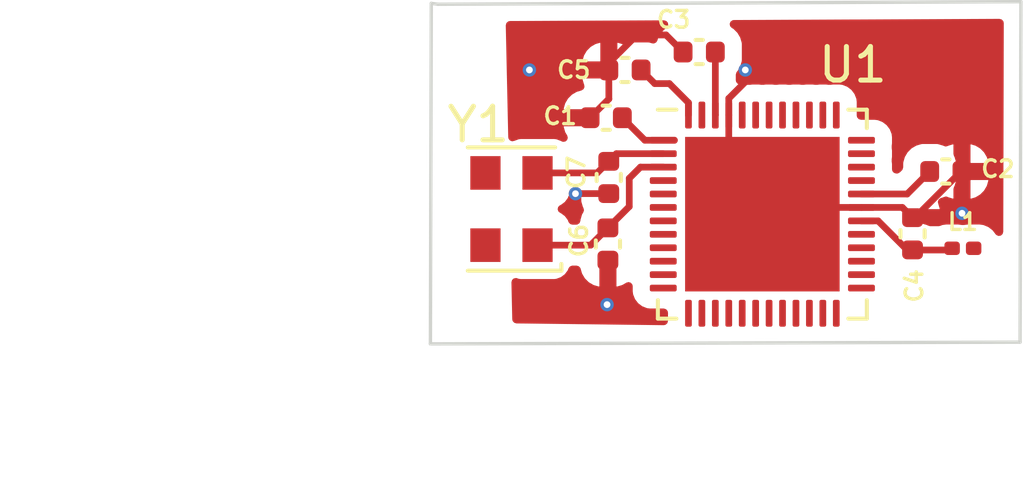
<source format=kicad_pcb>
(kicad_pcb (version 20211014) (generator pcbnew)
  (layers (0 "F.Cu" signal) (31 "B.Cu" signal) (34 "B.Paste" user) (35 "F.Paste" user) (36 "B.SilkS" user "B.Silkscreen") (37 "F.SilkS" user "F.Silkscreen") (38 "B.Mask" user) (39 "F.Mask" user) (44 "Edge.Cuts" user))
  (net 0 "")
  (net 1 "/DEC1")
  (net 2 "Net-(C7-Pad2)")
  (net 3 "Net-(C6-Pad1)")
  (net 4 "/AIN0")
  (net 5 "/AIN1")
  (net 6 "/AIN2")
  (net 7 "/AIN3")
  (net 13 "+3.3V")
  (net 21 "/SWO")
  (net 24 "/RESET")
  (net 25 "/SWDCLK")
  (net 26 "/SWDIO")
  (net 30 "Net-(L1-Pad2)")
  (net 31 "GND")
  (net 32 "/DEC2")
  (net 33 "/DEC3")
  (net 39 "/AIN4")
  (net 40 "/AIN5")
  (net 41 "/AIN6")
  (net 42 "/AIN7")
  (net 44 "/DEC4")
  (net 45 "/DCC")
  (net 46 "/ANTENNA")
  (footprint "Capacitor_SMD:C_0402_1005Metric" (layer "F.Cu") (at 145.4404 73.914)
    (fp_text reference "C3" (at -0.762 -0.9652) (layer "F.SilkS") (effects (font (size 0.5 0.5) (thickness 0.1))))
    (fp_text value "1 uF" hide)
    (fp_line (start -0.107836 0.36) (end 0.107836 0.36) (layer "F.SilkS") (width 0.12))
    (fp_line (start -0.107836 -0.36) (end 0.107836 -0.36) (layer "F.SilkS") (width 0.12))
    (pad "1" smd roundrect (at -0.48 0) (size 0.56 0.62) (layers "F.Cu" "F.Paste" "F.Mask") (net 31 "GND"))
    (pad "2" smd roundrect (at 0.48 0) (size 0.56 0.62) (layers "F.Cu" "F.Paste" "F.Mask") (net 44 "/DEC4"))
  )
  (footprint "Capacitor_SMD:C_0402_1005Metric" (layer "F.Cu") (at 143.2306 74.4474)
    (fp_text reference "C5" (at -1.524 0) (layer "F.SilkS") (effects (font (size 0.5 0.5) (thickness 0.1))))
    (fp_text value "12 pF" hide)
    (fp_line (start -0.107836 -0.36) (end 0.107836 -0.36) (layer "F.SilkS") (width 0.12))
    (fp_line (start -0.107836 0.36) (end 0.107836 0.36) (layer "F.SilkS") (width 0.12))
    (pad "1" smd roundrect (at -0.48 0) (size 0.56 0.62) (layers "F.Cu" "F.Paste" "F.Mask") (net 31 "GND"))
    (pad "2" smd roundrect (at 0.48 0) (size 0.56 0.62) (layers "F.Cu" "F.Paste" "F.Mask") (net 13 "+3.3V"))
  )
  (footprint "Inductor_SMD:L_0201_0603Metric" (layer "F.Cu") (at 153.289 79.756 180)
    (fp_text reference "L1" (at 0 0.7874) (layer "F.SilkS") (effects (font (size 0.5 0.5) (thickness 0.1))))
    (fp_text value "INDUCTOR" hide)
    (pad "1" smd roundrect (at -0.32 0 180) (size 0.46 0.4) (layers "F.Cu" "F.Mask") (net 46 "/ANTENNA"))
    (pad "2" smd roundrect (at 0.32 0 180) (size 0.46 0.4) (layers "F.Cu" "F.Mask") (net 30 "Net-(L1-Pad2)"))
  )
  (footprint "Capacitor_SMD:C_0402_1005Metric" (layer "F.Cu") (at 142.748 77.6478 90)
    (fp_text reference "C7" (at 0.1524 -0.9652 90) (layer "F.SilkS") (effects (font (size 0.5 0.5) (thickness 0.1))))
    (fp_text value "12 pF" hide)
    (fp_line (start -0.107836 0.36) (end 0.107836 0.36) (layer "F.SilkS") (width 0.12))
    (fp_line (start -0.107836 -0.36) (end 0.107836 -0.36) (layer "F.SilkS") (width 0.12))
    (pad "1" smd roundrect (at -0.48 0 90) (size 0.56 0.62) (layers "F.Cu" "F.Paste" "F.Mask") (net 31 "GND"))
    (pad "2" smd roundrect (at 0.48 0 90) (size 0.56 0.62) (layers "F.Cu" "F.Paste" "F.Mask") (net 2 "Net-(C7-Pad2)"))
  )
  (footprint "Oscillator:Oscillator_SMD_EuroQuartz_XO32-4Pin_3.2x2.5mm" (layer "F.Cu") (at 139.8524 78.5876 180)
    (fp_text reference "Y1" (at 0.9906 2.5146 180) (layer "F.SilkS"))
    (fp_text value "32 MHZ" hide)
    (fp_line (start -1.485 -1.835) (end 1.3 -1.835) (layer "F.SilkS") (width 0.12))
    (fp_line (start -1.485 -1.635) (end -1.485 -1.835) (layer "F.SilkS") (width 0.12))
    (fp_line (start 1.3 1.835) (end -1.3 1.835) (layer "F.SilkS") (width 0.12))
    (pad "1" smd rect (at -0.775 -1.075 90) (size 1 0.9) (layers "F.Cu" "F.Paste" "F.Mask") (net 3 "Net-(C6-Pad1)"))
    (pad "2" smd rect (at -0.775 1.075 90) (size 1 0.9) (layers "F.Cu" "F.Paste" "F.Mask") (net 2 "Net-(C7-Pad2)"))
    (pad "3" smd rect (at 0.775 1.075 90) (size 1 0.9) (layers "F.Cu" "F.Paste" "F.Mask"))
    (pad "4" smd rect (at 0.775 -1.075 90) (size 1 0.9) (layers "F.Cu" "F.Paste" "F.Mask"))
  )
  (footprint "Capacitor_SMD:C_0402_1005Metric" (layer "F.Cu") (at 151.7904 79.3242 -90)
    (fp_text reference "C4" (at 1.5494 -0.0508 90) (layer "F.SilkS") (effects (font (size 0.5 0.5) (thickness 0.1))))
    (fp_text value "0.8pF" hide)
    (fp_line (start -0.107836 0.36) (end 0.107836 0.36) (layer "F.SilkS") (width 0.12))
    (fp_line (start -0.107836 -0.36) (end 0.107836 -0.36) (layer "F.SilkS") (width 0.12))
    (pad "1" smd roundrect (at -0.48 0 270) (size 0.56 0.62) (layers "F.Cu" "F.Paste" "F.Mask") (net 31 "GND"))
    (pad "2" smd roundrect (at 0.48 0 270) (size 0.56 0.62) (layers "F.Cu" "F.Paste" "F.Mask") (net 30 "Net-(L1-Pad2)"))
  )
  (footprint "Capacitor_SMD:C_0402_1005Metric" (layer "F.Cu") (at 142.6718 75.8698)
    (fp_text reference "C1" (at -1.3716 -0.0508) (layer "F.SilkS") (effects (font (size 0.5 0.5) (thickness 0.1))))
    (fp_text value "100 nF" hide)
    (fp_line (start -0.107836 -0.36) (end 0.107836 -0.36) (layer "F.SilkS") (width 0.12))
    (fp_line (start -0.107836 0.36) (end 0.107836 0.36) (layer "F.SilkS") (width 0.12))
    (pad "1" smd roundrect (at -0.48 0) (size 0.56 0.62) (layers "F.Cu" "F.Paste" "F.Mask") (net 31 "GND"))
    (pad "2" smd roundrect (at 0.48 0) (size 0.56 0.62) (layers "F.Cu" "F.Paste" "F.Mask") (net 1 "/DEC1"))
  )
  (footprint "Capacitor_SMD:C_0402_1005Metric" (layer "F.Cu") (at 142.7226 79.629 -90)
    (fp_text reference "C6" (at -0.1016 0.8636 90) (layer "F.SilkS") (effects (font (size 0.5 0.5) (thickness 0.1))))
    (fp_text value "12 pF" hide)
    (fp_line (start -0.107836 0.36) (end 0.107836 0.36) (layer "F.SilkS") (width 0.12))
    (fp_line (start -0.107836 -0.36) (end 0.107836 -0.36) (layer "F.SilkS") (width 0.12))
    (pad "1" smd roundrect (at -0.48 0 270) (size 0.56 0.62) (layers "F.Cu" "F.Paste" "F.Mask") (net 3 "Net-(C6-Pad1)"))
    (pad "2" smd roundrect (at 0.48 0 270) (size 0.56 0.62) (layers "F.Cu" "F.Paste" "F.Mask") (net 31 "GND"))
  )
  (footprint "Capacitor_SMD:C_0402_1005Metric" (layer "F.Cu") (at 152.781 77.47 180)
    (fp_text reference "C2" (at -1.5494 0.0762) (layer "F.SilkS") (effects (font (size 0.5 0.5) (thickness 0.1))))
    (fp_text value "100 pF" hide)
    (fp_line (start -0.107836 0.36) (end 0.107836 0.36) (layer "F.SilkS") (width 0.12))
    (fp_line (start -0.107836 -0.36) (end 0.107836 -0.36) (layer "F.SilkS") (width 0.12))
    (pad "1" smd roundrect (at -0.48 0 180) (size 0.56 0.62) (layers "F.Cu" "F.Paste" "F.Mask") (net 31 "GND"))
    (pad "2" smd roundrect (at 0.48 0 180) (size 0.56 0.62) (layers "F.Cu" "F.Paste" "F.Mask") (net 32 "/DEC2"))
  )
  (footprint "Package_DFN_QFN:QFN-48-1EP_6x6mm_P0.4mm_EP4.6x4.6mm" (layer "F.Cu") (at 147.32 78.74)
    (fp_text reference "U1" (at 2.6924 -4.445) (layer "F.SilkS"))
    (fp_text value "nRF52832-QFAA" hide)
    (fp_line (start 2.56 -3.11) (end 3.11 -3.11) (layer "F.SilkS") (width 0.12))
    (fp_line (start -2.56 -3.11) (end -3.11 -3.11) (layer "F.SilkS") (width 0.12))
    (fp_line (start 2.56 3.11) (end 3.11 3.11) (layer "F.SilkS") (width 0.12))
    (fp_line (start -3.11 3.11) (end -3.11 2.56) (layer "F.SilkS") (width 0.12))
    (fp_line (start 3.11 3.11) (end 3.11 2.56) (layer "F.SilkS") (width 0.12))
    (fp_line (start -2.56 3.11) (end -3.11 3.11) (layer "F.SilkS") (width 0.12))
    (fp_line (start 3.11 -3.11) (end 3.11 -2.56) (layer "F.SilkS") (width 0.12))
    (pad "1" smd roundrect (at -2.95 -2.2) (size 0.8 0.2) (layers "F.Cu" "F.Paste" "F.Mask") (net 1 "/DEC1"))
    (pad "2" smd roundrect (at -2.95 -1.8) (size 0.8 0.2) (layers "F.Cu" "F.Paste" "F.Mask") (net 2 "Net-(C7-Pad2)"))
    (pad "3" smd roundrect (at -2.95 -1.4) (size 0.8 0.2) (layers "F.Cu" "F.Paste" "F.Mask") (net 3 "Net-(C6-Pad1)"))
    (pad "4" smd roundrect (at -2.95 -1) (size 0.8 0.2) (layers "F.Cu" "F.Paste" "F.Mask") (net 4 "/AIN0"))
    (pad "5" smd roundrect (at -2.95 -0.6) (size 0.8 0.2) (layers "F.Cu" "F.Paste" "F.Mask") (net 5 "/AIN1"))
    (pad "6" smd roundrect (at -2.95 -0.2) (size 0.8 0.2) (layers "F.Cu" "F.Paste" "F.Mask") (net 6 "/AIN2"))
    (pad "7" smd roundrect (at -2.95 0.2) (size 0.8 0.2) (layers "F.Cu" "F.Paste" "F.Mask") (net 7 "/AIN3"))
    (pad "8" smd roundrect (at -2.95 0.6) (size 0.8 0.2) (layers "F.Cu" "F.Paste" "F.Mask"))
    (pad "9" smd roundrect (at -2.95 1) (size 0.8 0.2) (layers "F.Cu" "F.Paste" "F.Mask"))
    (pad "10" smd roundrect (at -2.95 1.4) (size 0.8 0.2) (layers "F.Cu" "F.Paste" "F.Mask"))
    (pad "11" smd roundrect (at -2.95 1.8) (size 0.8 0.2) (layers "F.Cu" "F.Paste" "F.Mask"))
    (pad "12" smd roundrect (at -2.95 2.2) (size 0.8 0.2) (layers "F.Cu" "F.Paste" "F.Mask"))
    (pad "13" smd roundrect (at -2.2 2.95) (size 0.2 0.8) (layers "F.Cu" "F.Paste" "F.Mask") (net 13 "+3.3V"))
    (pad "14" smd roundrect (at -1.8 2.95) (size 0.2 0.8) (layers "F.Cu" "F.Paste" "F.Mask"))
    (pad "15" smd roundrect (at -1.4 2.95) (size 0.2 0.8) (layers "F.Cu" "F.Paste" "F.Mask"))
    (pad "16" smd roundrect (at -1 2.95) (size 0.2 0.8) (layers "F.Cu" "F.Paste" "F.Mask"))
    (pad "17" smd roundrect (at -0.6 2.95) (size 0.2 0.8) (layers "F.Cu" "F.Paste" "F.Mask"))
    (pad "18" smd roundrect (at -0.2 2.95) (size 0.2 0.8) (layers "F.Cu" "F.Paste" "F.Mask"))
    (pad "19" smd roundrect (at 0.2 2.95) (size 0.2 0.8) (layers "F.Cu" "F.Paste" "F.Mask"))
    (pad "20" smd roundrect (at 0.6 2.95) (size 0.2 0.8) (layers "F.Cu" "F.Paste" "F.Mask"))
    (pad "21" smd roundrect (at 1 2.95) (size 0.2 0.8) (layers "F.Cu" "F.Paste" "F.Mask") (net 21 "/SWO"))
    (pad "22" smd roundrect (at 1.4 2.95) (size 0.2 0.8) (layers "F.Cu" "F.Paste" "F.Mask"))
    (pad "23" smd roundrect (at 1.8 2.95) (size 0.2 0.8) (layers "F.Cu" "F.Paste" "F.Mask"))
    (pad "24" smd roundrect (at 2.2 2.95) (size 0.2 0.8) (layers "F.Cu" "F.Paste" "F.Mask") (net 24 "/RESET"))
    (pad "25" smd roundrect (at 2.95 2.2) (size 0.8 0.2) (layers "F.Cu" "F.Paste" "F.Mask") (net 25 "/SWDCLK"))
    (pad "26" smd roundrect (at 2.95 1.8) (size 0.8 0.2) (layers "F.Cu" "F.Paste" "F.Mask") (net 26 "/SWDIO"))
    (pad "27" smd roundrect (at 2.95 1.4) (size 0.8 0.2) (layers "F.Cu" "F.Paste" "F.Mask"))
    (pad "28" smd roundrect (at 2.95 1) (size 0.8 0.2) (layers "F.Cu" "F.Paste" "F.Mask"))
    (pad "29" smd roundrect (at 2.95 0.6) (size 0.8 0.2) (layers "F.Cu" "F.Paste" "F.Mask"))
    (pad "30" smd roundrect (at 2.95 0.2) (size 0.8 0.2) (layers "F.Cu" "F.Paste" "F.Mask") (net 30 "Net-(L1-Pad2)"))
    (pad "31" smd roundrect (at 2.95 -0.2) (size 0.8 0.2) (layers "F.Cu" "F.Paste" "F.Mask") (net 31 "GND"))
    (pad "32" smd roundrect (at 2.95 -0.6) (size 0.8 0.2) (layers "F.Cu" "F.Paste" "F.Mask") (net 32 "/DEC2"))
    (pad "33" smd roundrect (at 2.95 -1) (size 0.8 0.2) (layers "F.Cu" "F.Paste" "F.Mask") (net 33 "/DEC3"))
    (pad "34" smd roundrect (at 2.95 -1.4) (size 0.8 0.2) (layers "F.Cu" "F.Paste" "F.Mask"))
    (pad "35" smd roundrect (at 2.95 -1.8) (size 0.8 0.2) (layers "F.Cu" "F.Paste" "F.Mask"))
    (pad "36" smd roundrect (at 2.95 -2.2) (size 0.8 0.2) (layers "F.Cu" "F.Paste" "F.Mask") (net 13 "+3.3V"))
    (pad "37" smd roundrect (at 2.2 -2.95) (size 0.2 0.8) (layers "F.Cu" "F.Paste" "F.Mask"))
    (pad "38" smd roundrect (at 1.8 -2.95) (size 0.2 0.8) (layers "F.Cu" "F.Paste" "F.Mask"))
    (pad "39" smd roundrect (at 1.4 -2.95) (size 0.2 0.8) (layers "F.Cu" "F.Paste" "F.Mask"))
    (pad "40" smd roundrect (at 1 -2.95) (size 0.2 0.8) (layers "F.Cu" "F.Paste" "F.Mask") (net 39 "/AIN4"))
    (pad "41" smd roundrect (at 0.6 -2.95) (size 0.2 0.8) (layers "F.Cu" "F.Paste" "F.Mask") (net 40 "/AIN5"))
    (pad "42" smd roundrect (at 0.2 -2.95) (size 0.2 0.8) (layers "F.Cu" "F.Paste" "F.Mask") (net 41 "/AIN6"))
    (pad "43" smd roundrect (at -0.2 -2.95) (size 0.2 0.8) (layers "F.Cu" "F.Paste" "F.Mask") (net 42 "/AIN7"))
    (pad "44" smd roundrect (at -0.6 -2.95) (size 0.2 0.8) (layers "F.Cu" "F.Paste" "F.Mask"))
    (pad "45" smd roundrect (at -1 -2.95) (size 0.2 0.8) (layers "F.Cu" "F.Paste" "F.Mask") (net 31 "GND"))
    (pad "46" smd roundrect (at -1.4 -2.95) (size 0.2 0.8) (layers "F.Cu" "F.Paste" "F.Mask") (net 44 "/DEC4"))
    (pad "47" smd roundrect (at -1.8 -2.95) (size 0.2 0.8) (layers "F.Cu" "F.Paste" "F.Mask") (net 45 "/DCC"))
    (pad "48" smd roundrect (at -2.2 -2.95) (size 0.2 0.8) (layers "F.Cu" "F.Paste" "F.Mask") (net 13 "+3.3V"))
    (pad "49" smd rect (at 0 0) (size 4.6 4.6) (layers "F.Cu" "F.Mask") (net 31 "GND"))
  )
  (gr_line (start 154.9908 82.55) (end 137.4394 82.6008) (layer "Edge.Cuts") (width 0.1))
  (gr_line (start 137.668 72.4916) (end 155.0162 72.4154) (layer "Edge.Cuts") (width 0.1))
  (gr_line (start 137.4394 82.6008) (end 137.4648 72.4662) (layer "Edge.Cuts") (width 0.1))
  (gr_line (start 137.4648 72.4662) (end 137.668 72.4916) (layer "Edge.Cuts") (width 0.1))
  (gr_line (start 155.0162 72.4154) (end 154.9908 82.55) (layer "Edge.Cuts") (width 0.1))
  (segment (start 143.822 76.54) (end 144.7038 76.54) (width 0.2) (layer "F.Cu") (net 1))
  (segment (start 143.1518 75.8698) (end 143.822 76.54) (width 0.2) (layer "F.Cu") (net 1))
  (segment (start 142.748 77.1678) (end 142.4032 77.5126) (width 0.2) (layer "F.Cu") (net 2))
  (segment (start 144.37 76.94) (end 142.9758 76.94) (width 0.2) (layer "F.Cu") (net 2))
  (segment (start 142.9758 76.94) (end 142.748 77.1678) (width 0.2) (layer "F.Cu") (net 2))
  (segment (start 142.4032 77.5126) (end 140.6274 77.5126) (width 0.2) (layer "F.Cu") (net 2))
  (segment (start 142.7226 79.149) (end 143.358 78.5136) (width 0.2) (layer "F.Cu") (net 3))
  (segment (start 143.358 77.6728) (end 143.6908 77.34) (width 0.2) (layer "F.Cu") (net 3))
  (segment (start 142.209 79.6626) (end 142.7226 79.149) (width 0.2) (layer "F.Cu") (net 3))
  (segment (start 143.6908 77.34) (end 144.37 77.34) (width 0.2) (layer "F.Cu") (net 3))
  (segment (start 140.6274 79.6626) (end 142.209 79.6626) (width 0.2) (layer "F.Cu") (net 3))
  (segment (start 143.358 78.5136) (end 143.358 77.6728) (width 0.2) (layer "F.Cu") (net 3))
  (segment (start 143.7106 74.4474) (end 144.117 74.8538) (width 0.2) (layer "F.Cu") (net 13))
  (segment (start 144.5514 74.8538) (end 145.12 75.4224) (width 0.2) (layer "F.Cu") (net 13))
  (segment (start 145.12 75.4224) (end 145.12 75.79) (width 0.2) (layer "F.Cu") (net 13))
  (segment (start 144.117 74.8538) (end 144.5514 74.8538) (width 0.2) (layer "F.Cu") (net 13))
  (segment (start 151.629175 79.8042) (end 150.764975 78.94) (width 0.2) (layer "F.Cu") (net 30))
  (segment (start 152.8674 79.8068) (end 151.793 79.8068) (width 0.2) (layer "F.Cu") (net 30))
  (segment (start 150.764975 78.94) (end 150.27 78.94) (width 0.2) (layer "F.Cu") (net 30))
  (segment (start 151.793 79.8068) (end 151.7904 79.8042) (width 0.2) (layer "F.Cu") (net 30))
  (segment (start 143.5862 73.406) (end 142.7506 74.2416) (width 0.2) (layer "F.Cu") (net 31))
  (segment (start 142.7506 75.311) (end 142.1918 75.8698) (width 0.2) (layer "F.Cu") (net 31))
  (segment (start 142.7506 74.2416) (end 142.7506 74.4474) (width 0.2) (layer "F.Cu") (net 31))
  (segment (start 153.261 77.47) (end 153.261 78.3108) (width 0.2) (layer "F.Cu") (net 31))
  (segment (start 142.7226 80.109) (end 142.7226 80.9244) (width 0.2) (layer "F.Cu") (net 31))
  (segment (start 153.261 78.3108) (end 153.2382 78.3336) (width 0.2) (layer "F.Cu") (net 31))
  (segment (start 151.859054 78.8442) (end 153.233254 77.47) (width 0.2) (layer "F.Cu") (net 31))
  (segment (start 142.7506 74.4474) (end 141.4018 74.4474) (width 0.2) (layer "F.Cu") (net 31))
  (segment (start 147.4216 78.74) (end 147.6502 78.9686) (width 0.2) (layer "F.Cu") (net 31))
  (segment (start 147.4724 78.9686) (end 146.32 77.8162) (width 0.2) (layer "F.Cu") (net 31))
  (segment (start 153.233254 77.47) (end 153.261 77.47) (width 0.2) (layer "F.Cu") (net 31))
  (segment (start 151.4862 78.54) (end 151.7904 78.8442) (width 0.2) (layer "F.Cu") (net 31))
  (segment (start 142.7506 74.4474) (end 142.7506 75.311) (width 0.2) (layer "F.Cu") (net 31))
  (segment (start 150.27 78.54) (end 151.4862 78.54) (width 0.2) (layer "F.Cu") (net 31))
  (segment (start 147.32 78.74) (end 147.4216 78.74) (width 0.2) (layer "F.Cu") (net 31))
  (segment (start 144.4524 73.406) (end 143.5862 73.406) (width 0.2) (layer "F.Cu") (net 31))
  (segment (start 153.2382 78.3336) (end 153.2382 78.6892) (width 0.2) (layer "F.Cu") (net 31))
  (segment (start 141.76 78.1278) (end 142.748 78.1278) (width 0.2) (layer "F.Cu") (net 31))
  (segment (start 146.32 75.295025) (end 146.812 74.803025) (width 0.2) (layer "F.Cu") (net 31))
  (segment (start 144.9604 73.914) (end 144.4524 73.406) (width 0.2) (layer "F.Cu") (net 31))
  (segment (start 141.4018 74.4474) (end 140.3858 74.4474) (width 0.2) (layer "F.Cu") (net 31))
  (segment (start 142.7226 81.407) (end 142.6972 81.4324) (width 0.2) (layer "F.Cu") (net 31))
  (segment (start 142.7226 80.9244) (end 142.7226 81.407) (width 0.2) (layer "F.Cu") (net 31))
  (segment (start 141.7574 78.1304) (end 141.76 78.1278) (width 0.2) (layer "F.Cu") (net 31))
  (segment (start 147.6502 78.9686) (end 147.4724 78.9686) (width 0.2) (layer "F.Cu") (net 31))
  (segment (start 147.52 78.54) (end 147.32 78.74) (width 0.2) (layer "F.Cu") (net 31))
  (segment (start 153.2382 78.6892) (end 153.2636 78.7146) (width 0.2) (layer "F.Cu") (net 31))
  (segment (start 150.27 78.54) (end 147.52 78.54) (width 0.2) (layer "F.Cu") (net 31))
  (segment (start 146.32 75.79) (end 146.32 75.295025) (width 0.2) (layer "F.Cu") (net 31))
  (segment (start 146.32 77.8162) (end 146.32 75.79) (width 0.2) (layer "F.Cu") (net 31))
  (segment (start 146.812 74.803025) (end 146.812 74.4474) (width 0.2) (layer "F.Cu") (net 31))
  (segment (start 151.7904 78.8442) (end 151.859054 78.8442) (width 0.2) (layer "F.Cu") (net 31))
  (via (at 141.7574 78.1304) (size 0.4) (drill 0.2) (layers "F.Cu" "B.Cu") (net 31))
  (via (at 153.2636 78.7146) (size 0.4) (drill 0.2) (layers "F.Cu" "B.Cu") (net 31))
  (via (at 142.6972 81.4324) (size 0.4) (drill 0.2) (layers "F.Cu" "B.Cu") (net 31))
  (via (at 140.3858 74.4474) (size 0.4) (drill 0.2) (layers "F.Cu" "B.Cu") (net 31))
  (via (at 146.812 74.4474) (size 0.4) (drill 0.2) (layers "F.Cu" "B.Cu") (net 31))
  (segment (start 152.301 77.47) (end 151.631 78.14) (width 0.2) (layer "F.Cu") (net 32))
  (segment (start 151.631 78.14) (end 150.27 78.14) (width 0.2) (layer "F.Cu") (net 32))
  (segment (start 145.9204 73.914) (end 145.9204 75.7896) (width 0.2) (layer "F.Cu") (net 44))
  (segment (start 145.9204 75.7896) (end 145.92 75.79) (width 0.2) (layer "F.Cu") (net 44))
  (zone (net 31) (net_name "GND") (layer "F.Cu") (connect_pads (clearance 0.508)) (min_thickness 0.254) (fill yes (thermal_gap 0.508) (thermal_bridge_width 0.508))
    (polygon (pts (xy 154.8384 82.169) (xy 139.8778 81.9912) (xy 139.6746 72.771) (xy 140.335 72.8218) (xy 154.5082 72.771)))
  )
)
</source>
